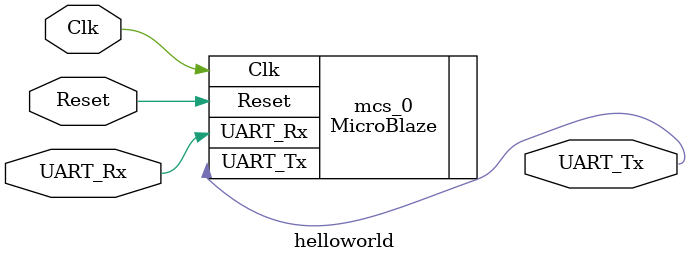
<source format=v>
`timescale 1ns / 1ps

module helloworld(
			input Clk,
			input Reset,
			input UART_Rx,
			output UART_Tx
    );
	 
	 
	 
MicroBlaze mcs_0 (
  .Clk(Clk), // input Clk
  .Reset(Reset), // input Reset
  .UART_Rx(UART_Rx), // input UART_Rx
  .UART_Tx(UART_Tx) // output UART_Tx
);

endmodule

</source>
